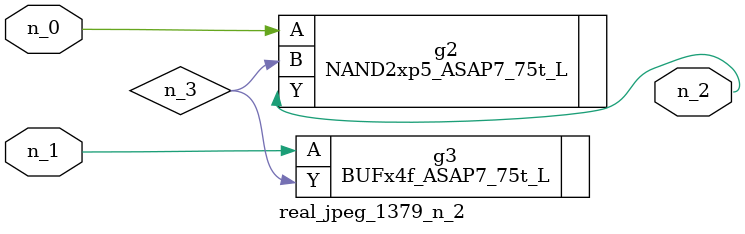
<source format=v>
module real_jpeg_1379_n_2 (n_1, n_0, n_2);

input n_1;
input n_0;

output n_2;

wire n_3;

NAND2xp5_ASAP7_75t_L g2 ( 
.A(n_0),
.B(n_3),
.Y(n_2)
);

BUFx4f_ASAP7_75t_L g3 ( 
.A(n_1),
.Y(n_3)
);


endmodule
</source>
